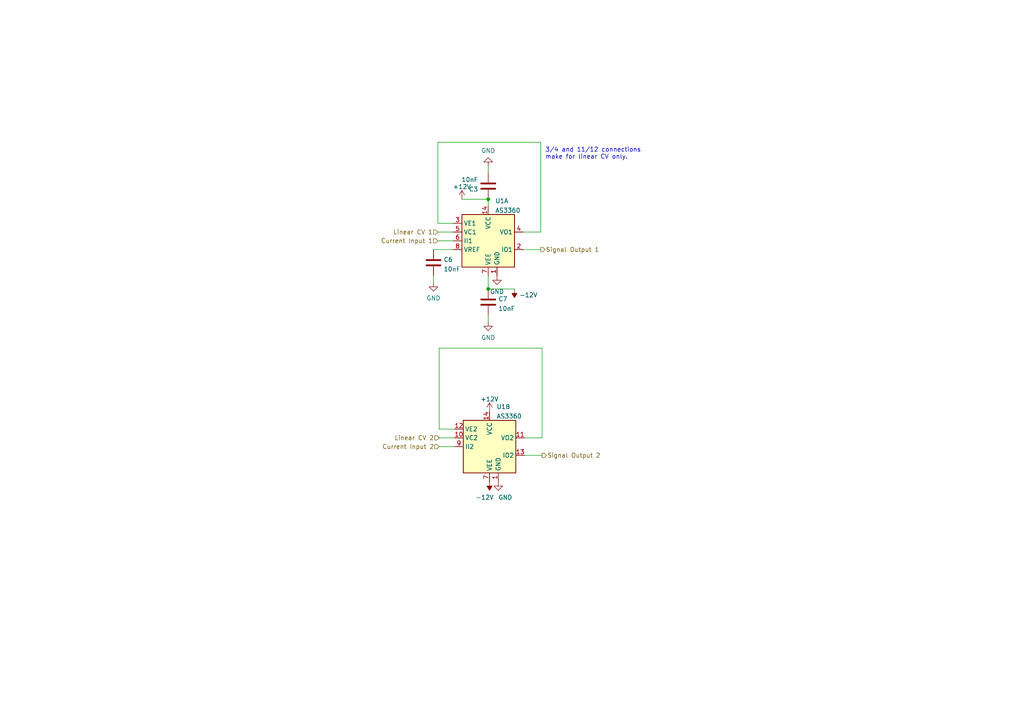
<source format=kicad_sch>
(kicad_sch (version 20211123) (generator eeschema)
  (paper "A4")
  (title_block (title "VCA_AS3360") (date "2022-07-16") (rev "1.0") (company "RobotDialogs"))
  (lib_symbols
    (symbol "Audio:AS3360"
      (property "Reference" "U" (at -5.08 10.16 0))
      (property "Value" "AS3360" (at 5.08 10.16 0))
      (symbol "AS3360_0_1"
        (rectangle (start -7.62 7.62) (end 7.62 -7.62) (stroke (width 0.254)) (fill (type background)))
        (pin power_in line (at 2.54 -10.16 90) (length 2.54) (name "GND") (number "1"))
        (pin power_in line (at 0 10.16 270) (length 2.54) (name "VCC") (number "14"))
        (pin power_in line (at 0 -10.16 90) (length 2.54) (name "VEE") (number "7"))
      )
      (symbol "AS3360_1_1"
        (pin output line (at 10.16 -2.54 180) (length 2.54) (name "IO1") (number "2"))
        (pin input line (at -10.16 5.08 0) (length 2.54) (name "VE1") (number "3"))
        (pin output line (at 10.16 2.54 180) (length 2.54) (name "VO1") (number "4"))
        (pin input line (at -10.16 2.54 0) (length 2.54) (name "VC1") (number "5"))
        (pin input line (at -10.16 0 0) (length 2.54) (name "II1") (number "6"))
        (pin passive line (at -10.16 -2.54 0) (length 2.54) (name "VREF") (number "8"))
      )
      (symbol "AS3360_2_1"
        (pin input line (at -10.16 2.54 0) (length 2.54) (name "VC2") (number "10"))
        (pin output line (at 10.16 2.54 180) (length 2.54) (name "VO2") (number "11"))
        (pin input line (at -10.16 5.08 0) (length 2.54) (name "VE2") (number "12"))
        (pin output line (at 10.16 -2.54 180) (length 2.54) (name "IO2") (number "13"))
        (pin input line (at -10.16 0 0) (length 2.54) (name "II2") (number "9"))
      )
    )
    (symbol "Device:C" (pin_numbers hide) (pin_names (offset 0.254))
      (property "Reference" "C" (at 0.635 2.54 0))
      (property "Value" "C" (at 0.635 -2.54 0))
      (symbol "C_0_1"
        (polyline (pts (xy -2.032 -0.762) (xy 2.032 -0.762)) (stroke (width 0.508)))
        (polyline (pts (xy -2.032 0.762) (xy 2.032 0.762)) (stroke (width 0.508)))
      )
      (symbol "C_1_1"
        (pin passive line (at 0 3.81 270) (length 2.794) (name "~") (number "1"))
        (pin passive line (at 0 -3.81 90) (length 2.794) (name "~") (number "2"))
      )
    )
    (symbol "power:+12V" (power) (pin_names (offset 0))
      (property "Value" "+12V" (at 0 3.556 0))
      (symbol "+12V_0_1"
        (polyline (pts (xy -0.762 1.27) (xy 0 2.54)))
        (polyline (pts (xy 0 0) (xy 0 2.54)))
        (polyline (pts (xy 0 2.54) (xy 0.762 1.27)))
      )
      (symbol "+12V_1_1"
        (pin power_in line (at 0 0 90) (length 0) hide (name "+12V") (number "1"))
      )
    )
    (symbol "power:-12V" (power) (pin_names (offset 0))
      (property "Value" "-12V" (at 0 3.81 0))
      (symbol "-12V_0_0"
        (pin power_in line (at 0 0 90) (length 0) hide (name "-12V") (number "1"))
      )
      (symbol "-12V_0_1"
        (polyline (pts (xy 0 0) (xy 0 1.27) (xy 0.762 1.27) (xy 0 2.54) (xy -0.762 1.27) (xy 0 1.27)) (fill (type outline)))
      )
    )
    (symbol "power:GND" (power) (pin_names (offset 0))
      (property "Value" "GND" (at 0 -3.81 0))
      (symbol "GND_0_1"
        (polyline (pts (xy 0 0) (xy 0 -1.27) (xy 1.27 -1.27) (xy 0 -2.54) (xy -1.27 -1.27) (xy 0 -1.27)))
      )
      (symbol "GND_1_1"
        (pin power_in line (at 0 0 270) (length 0) hide (name "GND") (number "1"))
      )
    )
  )
  (junction (at 141.605 83.82))
  (junction (at 141.605 57.785))
  (wire (pts (xy 156.845 72.39) (xy 151.765 72.39)))
  (wire (pts (xy 125.73 81.915) (xy 125.73 80.01)))
  (wire (pts (xy 127.381 100.965) (xy 127.381 124.46)))
  (wire (pts (xy 156.845 41.275) (xy 156.845 67.31)))
  (wire (pts (xy 157.226 132.08) (xy 152.146 132.08)))
  (wire (pts (xy 156.845 67.31) (xy 151.765 67.31)))
  (wire (pts (xy 127.381 127) (xy 131.826 127)))
  (wire (pts (xy 141.605 83.82) (xy 149.225 83.82)))
  (wire (pts (xy 127 64.77) (xy 131.445 64.77)))
  (wire (pts (xy 141.605 80.01) (xy 141.605 83.82)))
  (wire (pts (xy 127 41.275) (xy 156.845 41.275)))
  (wire (pts (xy 141.605 57.785) (xy 141.605 59.69)))
  (wire (pts (xy 157.226 127) (xy 152.146 127)))
  (wire (pts (xy 127 67.31) (xy 131.445 67.31)))
  (wire (pts (xy 141.605 57.785) (xy 133.985 57.785)))
  (wire (pts (xy 127.381 129.54) (xy 131.826 129.54)))
  (wire (pts (xy 157.226 127) (xy 157.226 100.965)))
  (wire (pts (xy 157.226 100.965) (xy 127.381 100.965)))
  (wire (pts (xy 141.605 48.26) (xy 141.605 50.165)))
  (wire (pts (xy 125.73 72.39) (xy 131.445 72.39)))
  (wire (pts (xy 127.381 124.46) (xy 131.826 124.46)))
  (wire (pts (xy 127 69.85) (xy 131.445 69.85)))
  (wire (pts (xy 141.605 93.345) (xy 141.605 91.44)))
  (wire (pts (xy 127 64.77) (xy 127 41.275)))
  (text "3/4 and 11/12 connections\nmake for linear CV only." (at 158.115 46.355 0) (effects (font (size 1.27 1.27)) (justify left bottom)))
  (hierarchical_label "Current Input 1" (shape input) (at 127 69.85 180))
  (hierarchical_label "Signal Output 1" (shape output) (at 156.845 72.39 0))
  (hierarchical_label "Linear CV 1" (shape input) (at 127 67.31 180))
  (hierarchical_label "Linear CV 2" (shape input) (at 127.381 127 180))
  (hierarchical_label "Current Input 2" (shape input) (at 127.381 129.54 180))
  (hierarchical_label "Signal Output 2" (shape output) (at 157.226 132.08 0))
  (symbol (lib_id "power:GND") (at 141.605 48.26 180) (unit 1)
    (property "Reference" "#PWR0118" (effects hide))
    (property "Value" "GND" (at 141.605 43.6975 0))
  )
  (symbol (lib_id "power:-12V") (at 141.986 139.7 180) (unit 1)
    (property "Reference" "#PWR0134" (effects hide))
    (property "Value" "-12V" (at 137.922 144.272 0) (effects (justify right)))
  )
  (symbol (lib_id "power:GND") (at 125.73 81.915 0) (unit 1)
    (property "Reference" "#PWR0114" (effects hide))
    (property "Value" "GND" (at 125.73 86.4775 0))
  )
  (symbol (lib_id "power:+12V") (at 133.985 57.785 0) (unit 1)
    (property "Reference" "#PWR0119" (effects hide))
    (property "Value" "+12V" (at 133.985 54.1805 0))
  )
  (symbol (lib_id "Device:C") (at 141.605 87.63 0) (unit 1)
    (property "Reference" "C7" (at 144.526 86.7215 0) (effects (justify left)))
    (property "Value" "10nF" (at 144.526 89.4966 0) (effects (justify left)))
    (property "Footprint" "Capacitor_SMD:C_1206_3216Metric_Pad1.33x1.80mm_HandSolder" (effects hide))
  )
  (symbol (lib_id "power:+12V") (at 141.986 119.38 0) (unit 1)
    (property "Reference" "#PWR0136" (effects hide))
    (property "Value" "+12V" (at 141.986 115.7755 0))
  )
  (symbol (lib_id "Device:C") (at 141.605 53.975 180) (unit 1)
    (property "Reference" "C3" (at 138.684 54.8835 0) (effects (justify left)))
    (property "Value" "10nF" (at 138.684 52.1084 0) (effects (justify left)))
    (property "Footprint" "Capacitor_SMD:C_1206_3216Metric_Pad1.33x1.80mm_HandSolder" (effects hide))
  )
  (symbol (lib_id "power:GND") (at 144.145 80.01 0) (unit 1)
    (property "Reference" "#PWR0116" (effects hide))
    (property "Value" "GND" (at 144.145 84.5725 0))
  )
  (symbol (lib_id "power:GND") (at 141.605 93.345 0) (unit 1)
    (property "Reference" "#PWR0117" (effects hide))
    (property "Value" "GND" (at 141.605 97.9075 0))
  )
  (symbol (lib_id "power:-12V") (at 149.225 83.82 180) (unit 1)
    (property "Reference" "#PWR0115" (effects hide))
    (property "Value" "-12V" (at 150.622 85.569 0) (effects (justify right)))
  )
  (symbol (lib_id "Audio:AS3360") (at 141.986 129.54 0) (unit 2)
    (property "Reference" "U1" (at 144.0054 117.9535 0) (effects (justify left)))
    (property "Value" "AS3360" (at 144.0054 120.7286 0) (effects (justify left)))
    (property "Footprint" "Package_DIP:DIP-14_W7.62mm_Socket_LongPads" (effects hide))
    (property "Datasheet" "http://www.alfarzpp.lv/eng/sc/AS3360.pdf" (effects hide))
  )
  (symbol (lib_id "Audio:AS3360") (at 141.605 69.85 0) (unit 1)
    (property "Reference" "U1" (at 143.6244 58.2635 0) (effects (justify left)))
    (property "Value" "AS3360" (at 143.6244 61.0386 0) (effects (justify left)))
    (property "Footprint" "Package_DIP:DIP-14_W7.62mm_Socket_LongPads" (effects hide))
    (property "Datasheet" "http://www.alfarzpp.lv/eng/sc/AS3360.pdf" (effects hide))
  )
  (symbol (lib_id "Device:C") (at 125.73 76.2 0) (unit 1)
    (property "Reference" "C6" (at 128.651 75.2915 0) (effects (justify left)))
    (property "Value" "10nF" (at 128.651 78.0666 0) (effects (justify left)))
    (property "Footprint" "Capacitor_SMD:C_1206_3216Metric_Pad1.33x1.80mm_HandSolder" (effects hide))
  )
  (symbol (lib_id "power:GND") (at 144.526 139.7 0) (unit 1)
    (property "Reference" "#PWR0135" (effects hide))
    (property "Value" "GND" (at 146.558 144.272 0))
  )
)
</source>
